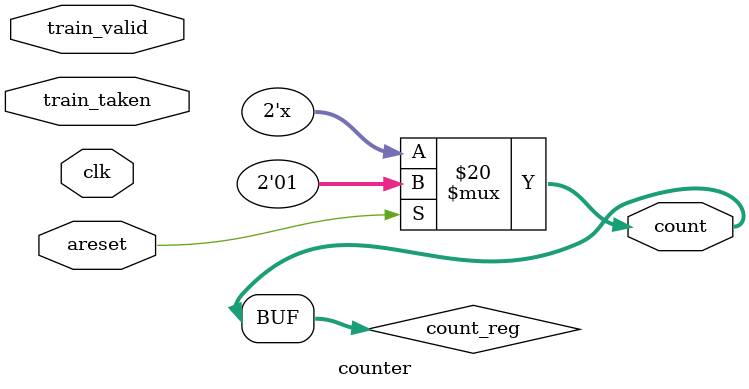
<source format=sv>
module counter (
    input logic clk,
    input logic areset,
    input logic train_valid,
    input logic train_taken,
    output logic [1:0] count
);

    logic [1:0] count_reg;

    always @(*) begin
        if (areset) begin
            count_reg = 2'b01;
        end else if (train_valid) begin
            if (train_taken) begin
                count_reg = count_reg + 1'b1;
            end else begin
                count_reg = count_reg - 1'b1;
            end
        end
    end

    assign count = count_reg;

endmodule
</source>
